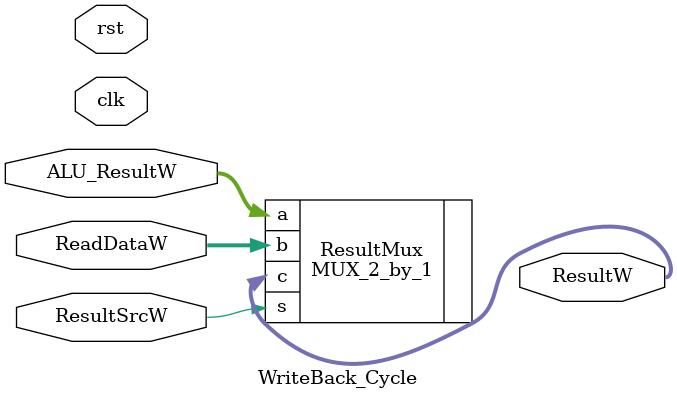
<source format=v>
`timescale 1ns / 1ps


`include "MUX_2_by_1.v"

module WriteBack_Cycle(
    input clk, rst, ResultSrcW,
    input [31:0] ALU_ResultW, ReadDataW,
    
    output [31:0] ResultW
    );
    
    MUX_2_by_1 ResultMux(
        .a(ALU_ResultW),
        .b(ReadDataW),
        .s(ResultSrcW),
        .c(ResultW)
    );
    
    

         
endmodule























</source>
